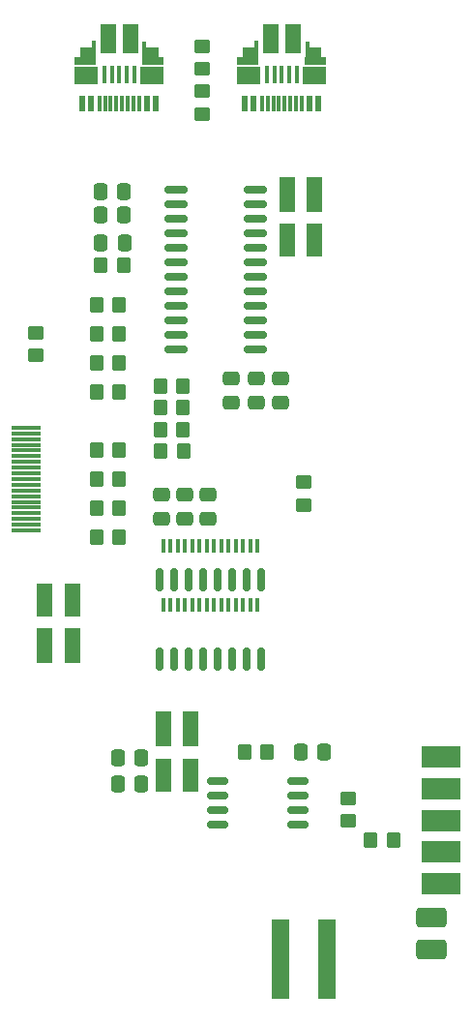
<source format=gtp>
G04 #@! TF.GenerationSoftware,KiCad,Pcbnew,6.0.11-2627ca5db0~126~ubuntu20.04.1*
G04 #@! TF.CreationDate,2023-10-28T22:46:29+05:00*
G04 #@! TF.ProjectId,33EJU23,3333454a-5532-4332-9e6b-696361645f70,rev?*
G04 #@! TF.SameCoordinates,Original*
G04 #@! TF.FileFunction,Paste,Top*
G04 #@! TF.FilePolarity,Positive*
%FSLAX46Y46*%
G04 Gerber Fmt 4.6, Leading zero omitted, Abs format (unit mm)*
G04 Created by KiCad (PCBNEW 6.0.11-2627ca5db0~126~ubuntu20.04.1) date 2023-10-28 22:46:29*
%MOMM*%
%LPD*%
G01*
G04 APERTURE LIST*
G04 Aperture macros list*
%AMRoundRect*
0 Rectangle with rounded corners*
0 $1 Rounding radius*
0 $2 $3 $4 $5 $6 $7 $8 $9 X,Y pos of 4 corners*
0 Add a 4 corners polygon primitive as box body*
4,1,4,$2,$3,$4,$5,$6,$7,$8,$9,$2,$3,0*
0 Add four circle primitives for the rounded corners*
1,1,$1+$1,$2,$3*
1,1,$1+$1,$4,$5*
1,1,$1+$1,$6,$7*
1,1,$1+$1,$8,$9*
0 Add four rect primitives between the rounded corners*
20,1,$1+$1,$2,$3,$4,$5,0*
20,1,$1+$1,$4,$5,$6,$7,0*
20,1,$1+$1,$6,$7,$8,$9,0*
20,1,$1+$1,$8,$9,$2,$3,0*%
%AMOutline4P*
0 Free polygon, 4 corners , with rotation*
0 The origin of the aperture is its center*
0 number of corners: always 4*
0 $1 to $8 corner X, Y*
0 $9 Rotation angle, in degrees counterclockwise*
0 create outline with 4 corners*
4,1,4,$1,$2,$3,$4,$5,$6,$7,$8,$1,$2,$9*%
G04 Aperture macros list end*
%ADD10RoundRect,0.250000X0.350000X0.450000X-0.350000X0.450000X-0.350000X-0.450000X0.350000X-0.450000X0*%
%ADD11RoundRect,0.250000X-0.350000X-0.450000X0.350000X-0.450000X0.350000X0.450000X-0.350000X0.450000X0*%
%ADD12RoundRect,0.250000X-0.475000X0.337500X-0.475000X-0.337500X0.475000X-0.337500X0.475000X0.337500X0*%
%ADD13RoundRect,0.150000X0.837500X0.150000X-0.837500X0.150000X-0.837500X-0.150000X0.837500X-0.150000X0*%
%ADD14R,0.600000X1.450000*%
%ADD15R,0.400000X1.650000*%
%ADD16R,0.300000X1.450000*%
%ADD17R,0.380714X1.829960*%
%ADD18R,1.430000X2.500000*%
%ADD19R,1.825000X0.700000*%
%ADD20R,0.382484X1.821706*%
%ADD21R,2.000000X1.500000*%
%ADD22Outline4P,-0.675000X-0.675000X0.675000X-0.675000X0.675000X0.675000X-0.675000X0.675000X0.000000*%
%ADD23RoundRect,0.250000X0.450000X-0.350000X0.450000X0.350000X-0.450000X0.350000X-0.450000X-0.350000X0*%
%ADD24R,2.600000X0.300000*%
%ADD25RoundRect,0.250000X-0.450000X0.350000X-0.450000X-0.350000X0.450000X-0.350000X0.450000X0.350000X0*%
%ADD26R,1.392000X3.048000*%
%ADD27R,1.392000X2.921000*%
%ADD28RoundRect,0.250000X-0.337500X-0.475000X0.337500X-0.475000X0.337500X0.475000X-0.337500X0.475000X0*%
%ADD29RoundRect,0.250000X0.475000X-0.337500X0.475000X0.337500X-0.475000X0.337500X-0.475000X-0.337500X0*%
%ADD30RoundRect,0.150000X0.150000X-0.837500X0.150000X0.837500X-0.150000X0.837500X-0.150000X-0.837500X0*%
%ADD31RoundRect,0.150000X0.800000X0.150000X-0.800000X0.150000X-0.800000X-0.150000X0.800000X-0.150000X0*%
%ADD32RoundRect,0.250000X0.337500X0.475000X-0.337500X0.475000X-0.337500X-0.475000X0.337500X-0.475000X0*%
%ADD33R,3.480000X1.846667*%
%ADD34RoundRect,0.323962X-1.026038X0.534538X-1.026038X-0.534538X1.026038X-0.534538X1.026038X0.534538X0*%
%ADD35R,0.400000X1.200000*%
%ADD36R,1.600000X7.000000*%
G04 APERTURE END LIST*
D10*
X54213000Y-59817000D03*
X52213000Y-59817000D03*
D11*
X59579000Y-91821000D03*
X61579000Y-91821000D03*
D10*
X54213000Y-63627000D03*
X52213000Y-63627000D03*
D11*
X46625000Y-67945000D03*
X48625000Y-67945000D03*
X46625000Y-70485000D03*
X48625000Y-70485000D03*
D12*
X52324000Y-69320500D03*
X52324000Y-71395500D03*
D11*
X46625000Y-55245000D03*
X48625000Y-55245000D03*
D10*
X54213000Y-61722000D03*
X52213000Y-61722000D03*
D13*
X60485500Y-56642000D03*
X60485500Y-55372000D03*
X60485500Y-54102000D03*
X60485500Y-52832000D03*
X60485500Y-51562000D03*
X60485500Y-50292000D03*
X60485500Y-49022000D03*
X60485500Y-47752000D03*
X60485500Y-46482000D03*
X60485500Y-45212000D03*
X60485500Y-43942000D03*
X60485500Y-42672000D03*
X53560500Y-42672000D03*
X53560500Y-43942000D03*
X53560500Y-45212000D03*
X53560500Y-46482000D03*
X53560500Y-47752000D03*
X53560500Y-49022000D03*
X53560500Y-50292000D03*
X53560500Y-51562000D03*
X53560500Y-52832000D03*
X53560500Y-54102000D03*
X53560500Y-55372000D03*
X53560500Y-56642000D03*
D14*
X51835635Y-35129506D03*
D15*
X49908980Y-32537012D03*
D14*
X51060635Y-35129506D03*
D16*
X50360635Y-35129506D03*
X49860635Y-35129506D03*
D15*
X49258980Y-32537012D03*
D16*
X49360635Y-35129506D03*
X48860635Y-35129506D03*
D15*
X48608980Y-32537012D03*
D16*
X48360635Y-35129506D03*
X47860635Y-35129506D03*
X47360635Y-35129506D03*
X46860635Y-35129506D03*
D14*
X46160635Y-35129506D03*
X45385635Y-35129506D03*
D15*
X47308980Y-32537012D03*
D17*
X50823219Y-30571992D03*
D18*
X49568980Y-29387012D03*
D19*
X45608980Y-31337012D03*
D20*
X46350311Y-30543394D03*
D18*
X47648980Y-29387012D03*
D21*
X45708980Y-32657012D03*
D19*
X51558980Y-31337012D03*
D21*
X51458980Y-32637012D03*
D22*
X45858980Y-30899012D03*
X51338980Y-30899012D03*
D15*
X47958980Y-32537012D03*
D23*
X55870000Y-32084506D03*
X55870000Y-30084506D03*
D24*
X40455000Y-72445000D03*
X40455000Y-71945000D03*
X40455000Y-71445000D03*
X40455000Y-70945000D03*
X40455000Y-70445000D03*
X40455000Y-69945000D03*
X40455000Y-69445000D03*
X40455000Y-68945000D03*
X40455000Y-68445000D03*
X40455000Y-67945000D03*
X40455000Y-67445000D03*
X40455000Y-66945000D03*
X40455000Y-66445000D03*
X40455000Y-65945000D03*
X40455000Y-65445000D03*
X40455000Y-64945000D03*
X40455000Y-64445000D03*
X40455000Y-63945000D03*
X40455000Y-63445000D03*
D10*
X49006000Y-49276000D03*
X47006000Y-49276000D03*
D25*
X68664381Y-95867757D03*
X68664381Y-97867757D03*
D11*
X46625000Y-52705000D03*
X48625000Y-52705000D03*
X70628000Y-99568000D03*
X72628000Y-99568000D03*
D26*
X44511000Y-82550000D03*
D27*
X44511000Y-78549500D03*
X42103000Y-78549500D03*
D26*
X42103000Y-82550000D03*
D14*
X66064600Y-35127000D03*
X65289600Y-35127000D03*
D15*
X64137945Y-32534506D03*
D16*
X64589600Y-35127000D03*
X64089600Y-35127000D03*
D15*
X63487945Y-32534506D03*
D16*
X63589600Y-35127000D03*
D15*
X62837945Y-32534506D03*
D16*
X63089600Y-35127000D03*
X62589600Y-35127000D03*
X62089600Y-35127000D03*
X61589600Y-35127000D03*
X61089600Y-35127000D03*
D14*
X60389600Y-35127000D03*
D15*
X61537945Y-32534506D03*
D14*
X59614600Y-35127000D03*
D19*
X65787945Y-31334506D03*
D21*
X59937945Y-32654506D03*
D17*
X65052184Y-30569486D03*
D20*
X60579276Y-30540888D03*
D18*
X61877945Y-29384506D03*
D21*
X65687945Y-32634506D03*
D22*
X60087945Y-30896506D03*
D19*
X59837945Y-31334506D03*
D22*
X65567945Y-30896506D03*
D18*
X63797945Y-29384506D03*
D15*
X62187945Y-32534506D03*
D28*
X48492500Y-94615000D03*
X50567500Y-94615000D03*
D29*
X60579000Y-61235500D03*
X60579000Y-59160500D03*
D28*
X64494500Y-91821000D03*
X66569500Y-91821000D03*
D30*
X52133500Y-83666500D03*
X53403500Y-83666500D03*
X54673500Y-83666500D03*
X55943500Y-83666500D03*
X57213500Y-83666500D03*
X58483500Y-83666500D03*
X59753500Y-83666500D03*
X61023500Y-83666500D03*
X61023500Y-76741500D03*
X59753500Y-76741500D03*
X58483500Y-76741500D03*
X57213500Y-76741500D03*
X55943500Y-76741500D03*
X54673500Y-76741500D03*
X53403500Y-76741500D03*
X52133500Y-76741500D03*
D23*
X41275000Y-57150000D03*
X41275000Y-55150000D03*
D29*
X62738000Y-61235500D03*
X62738000Y-59160500D03*
D31*
X64206000Y-98171000D03*
X64206000Y-96901000D03*
X64206000Y-95631000D03*
X64206000Y-94361000D03*
X57206000Y-94361000D03*
X57206000Y-95631000D03*
X57206000Y-96901000D03*
X57206000Y-98171000D03*
D32*
X49067518Y-47300335D03*
X46992518Y-47300335D03*
D28*
X48492500Y-92329000D03*
X50567500Y-92329000D03*
D23*
X64770000Y-70215000D03*
X64770000Y-68215000D03*
D33*
X76806700Y-103355400D03*
X76806700Y-100585400D03*
X76806700Y-97815400D03*
X76806700Y-95045400D03*
X76806700Y-92275400D03*
D11*
X46625000Y-60325000D03*
X48625000Y-60325000D03*
D12*
X56388000Y-69320500D03*
X56388000Y-71395500D03*
D10*
X54229000Y-65532000D03*
X52229000Y-65532000D03*
D32*
X49027292Y-42837092D03*
X46952292Y-42837092D03*
D29*
X58420000Y-61235500D03*
X58420000Y-59160500D03*
D32*
X49043500Y-44831000D03*
X46968500Y-44831000D03*
D26*
X63312000Y-43053000D03*
D27*
X63312000Y-47053500D03*
X65720000Y-47053500D03*
D26*
X65720000Y-43053000D03*
D12*
X54356000Y-69320500D03*
X54356000Y-71395500D03*
D25*
X55880000Y-34000000D03*
X55880000Y-36000000D03*
D11*
X46625000Y-57785000D03*
X48625000Y-57785000D03*
X46625000Y-65405000D03*
X48625000Y-65405000D03*
D34*
X75946000Y-106329500D03*
X75946000Y-109062500D03*
D35*
X52451000Y-78994000D03*
X53086000Y-78994000D03*
X53721000Y-78994000D03*
X54356000Y-78994000D03*
X54991000Y-78994000D03*
X55626000Y-78994000D03*
X56261000Y-78994000D03*
X56896000Y-78994000D03*
X57531000Y-78994000D03*
X58166000Y-78994000D03*
X58801000Y-78994000D03*
X59436000Y-78994000D03*
X60071000Y-78994000D03*
X60706000Y-78994000D03*
X60706000Y-73794000D03*
X60071000Y-73794000D03*
X59436000Y-73794000D03*
X58801000Y-73794000D03*
X58166000Y-73794000D03*
X57531000Y-73794000D03*
X56896000Y-73794000D03*
X56261000Y-73794000D03*
X55626000Y-73794000D03*
X54991000Y-73794000D03*
X54356000Y-73794000D03*
X53721000Y-73794000D03*
X53086000Y-73794000D03*
X52451000Y-73794000D03*
D11*
X46625000Y-73025000D03*
X48625000Y-73025000D03*
D26*
X52451000Y-89822667D03*
D27*
X52451000Y-93823167D03*
X54859000Y-93823167D03*
D26*
X54859000Y-89822667D03*
D36*
X66764318Y-109982000D03*
X62764318Y-109982000D03*
M02*

</source>
